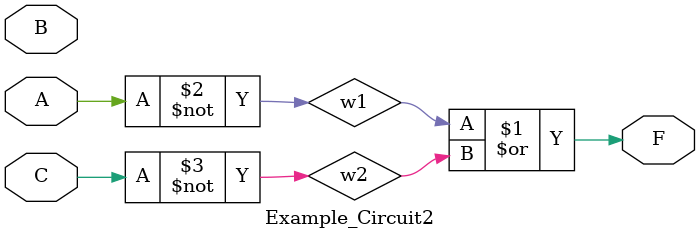
<source format=v>
module Example_Circuit2 (A,B,C,F);
input A,B,C;
wire w1,w2;
output F;

not G1 (w1,A);
not G2 (w2,C);
or G3 (F,w1,w2);

endmodule

</source>
